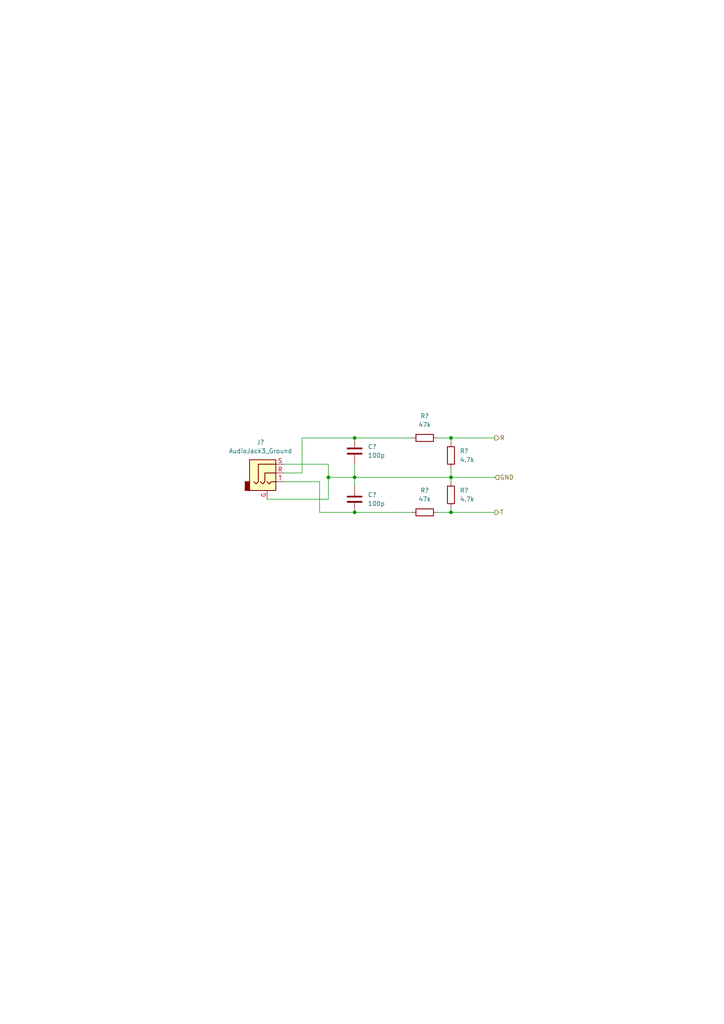
<source format=kicad_sch>
(kicad_sch (version 20230121) (generator eeschema)
  (paper "A4" portrait)
  (lib_symbols
    (symbol "Connector_Audio:AudioJack3_Ground"
      (property "Reference" "J" (at 0 8.89 0))
      (property "Value" "AudioJack3_Ground" (at 0 6.35 0))
      (symbol "AudioJack3_Ground_0_1"
        (rectangle (start -5.08 -2.54) (end -6.35 -5.08) (stroke (width 0.254)) (fill (type outline)))
        (polyline (pts (xy 0 -2.54) (xy 0.635 -3.175) (xy 1.27 -2.54) (xy 2.54 -2.54)) (stroke (width 0.254)))
        (polyline (pts (xy -1.905 -2.54) (xy -1.27 -3.175) (xy -0.635 -2.54) (xy -0.635 0) (xy 2.54 0)) (stroke (width 0.254)))
        (polyline (pts (xy 2.54 2.54) (xy -2.54 2.54) (xy -2.54 -2.54) (xy -3.175 -3.175) (xy -3.81 -2.54)) (stroke (width 0.254)))
        (rectangle (start 2.54 3.81) (end -5.08 -5.08) (stroke (width 0.254)) (fill (type background)))
      )
      (symbol "AudioJack3_Ground_1_1"
        (pin passive line (at 0 -7.62 90) (length 2.54) (name "~") (number "G"))
        (pin passive line (at 5.08 0 180) (length 2.54) (name "~") (number "R"))
        (pin passive line (at 5.08 2.54 180) (length 2.54) (name "~") (number "S"))
        (pin passive line (at 5.08 -2.54 180) (length 2.54) (name "~") (number "T"))
      )
    )
    (symbol "Device:C" (pin_numbers hide) (pin_names (offset 0.254))
      (property "Reference" "C" (at 0.635 2.54 0))
      (property "Value" "C" (at 0.635 -2.54 0))
      (symbol "C_0_1"
        (polyline (pts (xy -2.032 -0.762) (xy 2.032 -0.762)) (stroke (width 0.508)))
        (polyline (pts (xy -2.032 0.762) (xy 2.032 0.762)) (stroke (width 0.508)))
      )
      (symbol "C_1_1"
        (pin passive line (at 0 3.81 270) (length 2.794) (name "~") (number "1"))
        (pin passive line (at 0 -3.81 90) (length 2.794) (name "~") (number "2"))
      )
    )
    (symbol "Device:R" (pin_numbers hide) (pin_names (offset 0))
      (property "Reference" "R" (at 2.032 0 90))
      (property "Value" "R" (at 0 0 90))
      (symbol "R_0_1"
        (rectangle (start -1.016 -2.54) (end 1.016 2.54) (stroke (width 0.254)))
      )
      (symbol "R_1_1"
        (pin passive line (at 0 3.81 270) (length 1.27) (name "~") (number "1"))
        (pin passive line (at 0 -3.81 90) (length 1.27) (name "~") (number "2"))
      )
    )
  )
  (junction (at 130.81 127))
  (junction (at 130.81 138.43))
  (junction (at 102.87 138.43))
  (junction (at 130.81 148.59))
  (junction (at 95.25 138.43))
  (junction (at 102.87 148.59))
  (junction (at 102.87 127))
  (wire (pts (xy 87.63 127) (xy 87.63 137.16)))
  (wire (pts (xy 102.87 138.43) (xy 95.25 138.43)))
  (wire (pts (xy 127 148.59) (xy 130.81 148.59)))
  (wire (pts (xy 102.87 138.43) (xy 130.81 138.43)))
  (wire (pts (xy 130.81 148.59) (xy 143.51 148.59)))
  (wire (pts (xy 95.25 134.62) (xy 95.25 138.43)))
  (wire (pts (xy 95.25 144.78) (xy 95.25 138.43)))
  (wire (pts (xy 130.81 138.43) (xy 143.51 138.43)))
  (wire (pts (xy 77.47 144.78) (xy 95.25 144.78)))
  (wire (pts (xy 102.87 148.59) (xy 119.38 148.59)))
  (wire (pts (xy 102.87 134.62) (xy 102.87 138.43)))
  (wire (pts (xy 130.81 127) (xy 143.51 127)))
  (wire (pts (xy 92.71 139.7) (xy 92.71 148.59)))
  (wire (pts (xy 130.81 128.27) (xy 130.81 127)))
  (wire (pts (xy 127 127) (xy 130.81 127)))
  (wire (pts (xy 130.81 135.89) (xy 130.81 138.43)))
  (wire (pts (xy 82.55 139.7) (xy 92.71 139.7)))
  (wire (pts (xy 95.25 134.62) (xy 82.55 134.62)))
  (wire (pts (xy 102.87 140.97) (xy 102.87 138.43)))
  (wire (pts (xy 92.71 148.59) (xy 102.87 148.59)))
  (wire (pts (xy 102.87 127) (xy 119.38 127)))
  (wire (pts (xy 87.63 127) (xy 102.87 127)))
  (wire (pts (xy 130.81 147.32) (xy 130.81 148.59)))
  (wire (pts (xy 87.63 137.16) (xy 82.55 137.16)))
  (wire (pts (xy 130.81 138.43) (xy 130.81 139.7)))
  (hierarchical_label "GND" (shape input) (at 143.51 138.43 0))
  (hierarchical_label "T" (shape output) (at 143.51 148.59 0))
  (hierarchical_label "R" (shape output) (at 143.51 127 0))
  (symbol (lib_id "Device:R") (at 123.19 148.59 90) (unit 1)
    (property "Reference" "R?" (at 123.19 142.24 90))
    (property "Value" "47k" (at 123.19 144.78 90))
    (property "Footprint" "Resistor_SMD:R_0805_2012Metric" (effects hide))
    (property "Sim.Device" "SPICE" (effects hide))
    (property "Sim.Params" "type=\"R\" model=\"47k\" lib=\"\"" (effects hide))
    (property "Sim.Pins" "1=1 2=2" (effects hide))
    (property "Desc" "47K 1/10W 5%" (effects hide))
    (property "JLC" "C2759457" (effects hide))
    (instances (project "UpgradeBoard" (path "" (reference "R?") (unit 1)) (path "" (reference "R9") (unit 1)) (path "" (reference "R13") (unit 1)) (path "" (reference "R5") (unit 1))) (project "LX3000DMod" (path "" (reference "R?") (unit 1))))
  )
  (symbol (lib_id "Device:C") (at 102.87 144.78 0) (unit 1)
    (property "Reference" "C?" (at 106.68 143.5099 0) (effects (justify left)))
    (property "Value" "100p" (at 106.68 146.0499 0) (effects (justify left)))
    (property "Footprint" "Capacitor_SMD:C_0603_1608Metric" (effects hide))
    (property "Sim.Device" "SPICE" (effects hide))
    (property "Sim.Params" "type=\"C\" model=\"100p\" lib=\"\"" (effects hide))
    (property "Sim.Pins" "1=1 2=2" (effects hide))
    (property "Desc" "100PF 2% NP0 63V" (effects hide))
    (property "JLC" "C576781" (effects hide))
    (instances (project "UpgradeBoard" (path "" (reference "C?") (unit 1)) (path "" (reference "C4") (unit 1)) (path "" (reference "C6") (unit 1)) (path "" (reference "C2") (unit 1))) (project "LX3000DMod" (path "" (reference "C?") (unit 1))))
  )
  (symbol (lib_id "Connector_Audio:AudioJack3_Ground") (at 77.47 137.16 0) (unit 1)
    (property "Reference" "J?" (at 75.565 128.27 0))
    (property "Value" "AudioJack3_Ground" (at 75.565 130.81 0))
    (property "Footprint" "Connector_Audio:Jack_3.5mm_CUI_SJ-3524-SMT_Horizontal" (effects hide))
    (instances (project "UpgradeBoard" (path "" (reference "J?") (unit 1)) (path "" (reference "J4") (unit 1)) (path "" (reference "J5") (unit 1)) (path "" (reference "J3") (unit 1))))
  )
  (symbol (lib_id "Device:R") (at 130.81 143.51 180) (unit 1)
    (property "Reference" "R?" (at 133.35 142.2399 0) (effects (justify right)))
    (property "Value" "4.7k" (at 133.35 144.7799 0) (effects (justify right)))
    (property "Footprint" "Resistor_SMD:R_0805_2012Metric" (effects hide))
    (property "Sim.Device" "SPICE" (effects hide))
    (property "Sim.Params" "type=\"R\" model=\"4.7k\" lib=\"\"" (effects hide))
    (property "Sim.Pins" "1=1 2=2" (effects hide))
    (property "Desc" "4K7 1/10W 5%" (effects hide))
    (property "JLC" "C380775" (effects hide))
    (instances (project "UpgradeBoard" (path "" (reference "R?") (unit 1)) (path "" (reference "R11") (unit 1)) (path "" (reference "R15") (unit 1)) (path "" (reference "R7") (unit 1))) (project "LX3000DMod" (path "" (reference "R?") (unit 1))))
  )
  (symbol (lib_id "Device:C") (at 102.87 130.81 0) (unit 1)
    (property "Reference" "C?" (at 106.68 129.5399 0) (effects (justify left)))
    (property "Value" "100p" (at 106.68 132.0799 0) (effects (justify left)))
    (property "Footprint" "Capacitor_SMD:C_0603_1608Metric" (effects hide))
    (property "Sim.Device" "SPICE" (effects hide))
    (property "Sim.Params" "type=\"C\" model=\"100p\" lib=\"\"" (effects hide))
    (property "Sim.Pins" "1=1 2=2" (effects hide))
    (property "Desc" "100PF 2% NP0 63V" (effects hide))
    (property "JLC" "C576781" (effects hide))
    (instances (project "UpgradeBoard" (path "" (reference "C?") (unit 1)) (path "" (reference "C3") (unit 1)) (path "" (reference "C5") (unit 1)) (path "" (reference "C1") (unit 1))) (project "LX3000DMod" (path "" (reference "C?") (unit 1))))
  )
  (symbol (lib_id "Device:R") (at 130.81 132.08 180) (unit 1)
    (property "Reference" "R?" (at 133.35 130.8099 0) (effects (justify right)))
    (property "Value" "4.7k" (at 133.35 133.3499 0) (effects (justify right)))
    (property "Footprint" "Resistor_SMD:R_0805_2012Metric" (effects hide))
    (property "Sim.Device" "SPICE" (effects hide))
    (property "Sim.Params" "type=\"R\" model=\"4.7k\" lib=\"\"" (effects hide))
    (property "Sim.Pins" "1=1 2=2" (effects hide))
    (property "Desc" "4K7 1/10W 5%" (effects hide))
    (property "JLC" "C380775" (effects hide))
    (instances (project "UpgradeBoard" (path "" (reference "R?") (unit 1)) (path "" (reference "R10") (unit 1)) (path "" (reference "R14") (unit 1)) (path "" (reference "R6") (unit 1))) (project "LX3000DMod" (path "" (reference "R?") (unit 1))))
  )
  (symbol (lib_id "Device:R") (at 123.19 127 90) (unit 1)
    (property "Reference" "R?" (at 123.19 120.65 90))
    (property "Value" "47k" (at 123.19 123.19 90))
    (property "Footprint" "Resistor_SMD:R_0805_2012Metric" (effects hide))
    (property "Sim.Device" "SPICE" (effects hide))
    (property "Sim.Params" "type=\"R\" model=\"47k\" lib=\"\"" (effects hide))
    (property "Sim.Pins" "1=1 2=2" (effects hide))
    (property "Desc" "47K 1/10W 5%" (effects hide))
    (property "JLC" "C2759457" (effects hide))
    (instances (project "UpgradeBoard" (path "" (reference "R?") (unit 1)) (path "" (reference "R8") (unit 1)) (path "" (reference "R12") (unit 1)) (path "" (reference "R4") (unit 1))) (project "LX3000DMod" (path "" (reference "R?") (unit 1))))
  )
)
</source>
